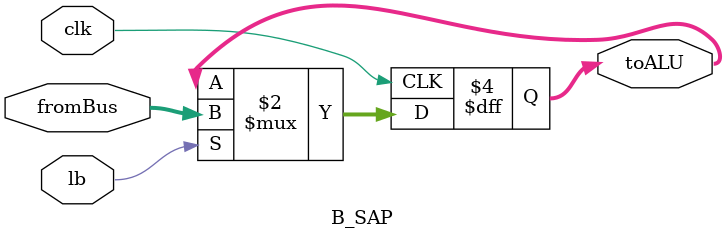
<source format=v>
module B_SAP
	(
		input clk, lb,
		input [7 : 0] fromBus,
		output reg [7 : 0] toALU
	);

	always @ (posedge clk)
		if(lb) toALU <= fromBus;
endmodule

</source>
